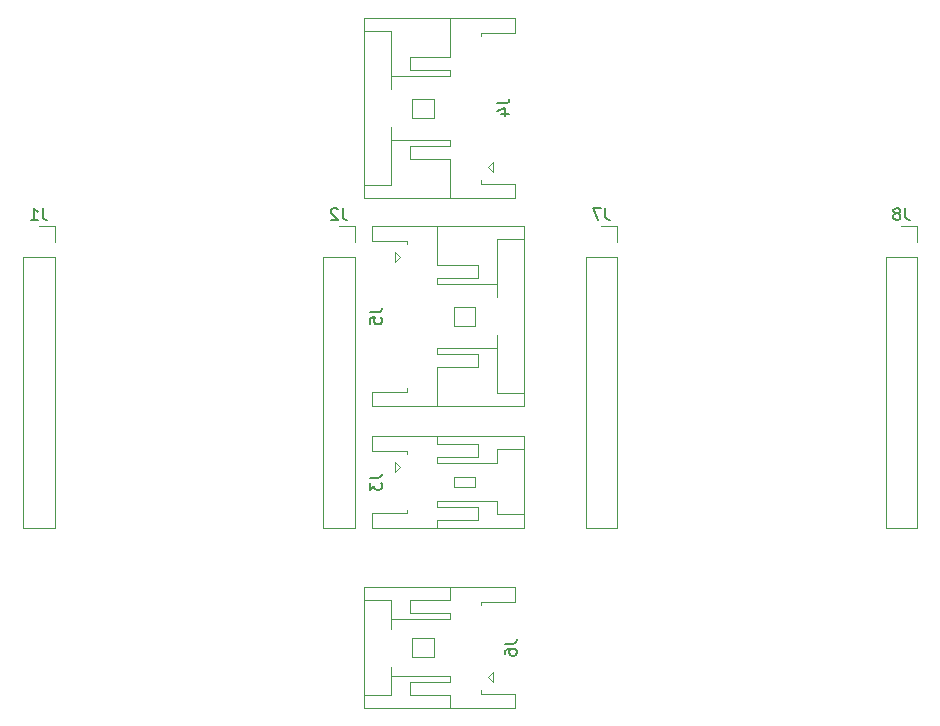
<source format=gbr>
G04 #@! TF.GenerationSoftware,KiCad,Pcbnew,7.0.7*
G04 #@! TF.CreationDate,2023-10-02T17:26:39+09:00*
G04 #@! TF.ProjectId,control_interface_boad_2021-2,636f6e74-726f-46c5-9f69-6e7465726661,rev?*
G04 #@! TF.SameCoordinates,Original*
G04 #@! TF.FileFunction,Legend,Bot*
G04 #@! TF.FilePolarity,Positive*
%FSLAX46Y46*%
G04 Gerber Fmt 4.6, Leading zero omitted, Abs format (unit mm)*
G04 Created by KiCad (PCBNEW 7.0.7) date 2023-10-02 17:26:39*
%MOMM*%
%LPD*%
G01*
G04 APERTURE LIST*
%ADD10C,0.150000*%
%ADD11C,0.120000*%
G04 APERTURE END LIST*
D10*
X63833333Y-60624819D02*
X63833333Y-61339104D01*
X63833333Y-61339104D02*
X63880952Y-61481961D01*
X63880952Y-61481961D02*
X63976190Y-61577200D01*
X63976190Y-61577200D02*
X64119047Y-61624819D01*
X64119047Y-61624819D02*
X64214285Y-61624819D01*
X62833333Y-61624819D02*
X63404761Y-61624819D01*
X63119047Y-61624819D02*
X63119047Y-60624819D01*
X63119047Y-60624819D02*
X63214285Y-60767676D01*
X63214285Y-60767676D02*
X63309523Y-60862914D01*
X63309523Y-60862914D02*
X63404761Y-60910533D01*
X89233333Y-60624819D02*
X89233333Y-61339104D01*
X89233333Y-61339104D02*
X89280952Y-61481961D01*
X89280952Y-61481961D02*
X89376190Y-61577200D01*
X89376190Y-61577200D02*
X89519047Y-61624819D01*
X89519047Y-61624819D02*
X89614285Y-61624819D01*
X88804761Y-60720057D02*
X88757142Y-60672438D01*
X88757142Y-60672438D02*
X88661904Y-60624819D01*
X88661904Y-60624819D02*
X88423809Y-60624819D01*
X88423809Y-60624819D02*
X88328571Y-60672438D01*
X88328571Y-60672438D02*
X88280952Y-60720057D01*
X88280952Y-60720057D02*
X88233333Y-60815295D01*
X88233333Y-60815295D02*
X88233333Y-60910533D01*
X88233333Y-60910533D02*
X88280952Y-61053390D01*
X88280952Y-61053390D02*
X88852380Y-61624819D01*
X88852380Y-61624819D02*
X88233333Y-61624819D01*
X91529819Y-83466666D02*
X92244104Y-83466666D01*
X92244104Y-83466666D02*
X92386961Y-83419047D01*
X92386961Y-83419047D02*
X92482200Y-83323809D01*
X92482200Y-83323809D02*
X92529819Y-83180952D01*
X92529819Y-83180952D02*
X92529819Y-83085714D01*
X91529819Y-83847619D02*
X91529819Y-84466666D01*
X91529819Y-84466666D02*
X91910771Y-84133333D01*
X91910771Y-84133333D02*
X91910771Y-84276190D01*
X91910771Y-84276190D02*
X91958390Y-84371428D01*
X91958390Y-84371428D02*
X92006009Y-84419047D01*
X92006009Y-84419047D02*
X92101247Y-84466666D01*
X92101247Y-84466666D02*
X92339342Y-84466666D01*
X92339342Y-84466666D02*
X92434580Y-84419047D01*
X92434580Y-84419047D02*
X92482200Y-84371428D01*
X92482200Y-84371428D02*
X92529819Y-84276190D01*
X92529819Y-84276190D02*
X92529819Y-83990476D01*
X92529819Y-83990476D02*
X92482200Y-83895238D01*
X92482200Y-83895238D02*
X92434580Y-83847619D01*
X102324819Y-51736666D02*
X103039104Y-51736666D01*
X103039104Y-51736666D02*
X103181961Y-51689047D01*
X103181961Y-51689047D02*
X103277200Y-51593809D01*
X103277200Y-51593809D02*
X103324819Y-51450952D01*
X103324819Y-51450952D02*
X103324819Y-51355714D01*
X102658152Y-52641428D02*
X103324819Y-52641428D01*
X102277200Y-52403333D02*
X102991485Y-52165238D01*
X102991485Y-52165238D02*
X102991485Y-52784285D01*
X91529819Y-69436666D02*
X92244104Y-69436666D01*
X92244104Y-69436666D02*
X92386961Y-69389047D01*
X92386961Y-69389047D02*
X92482200Y-69293809D01*
X92482200Y-69293809D02*
X92529819Y-69150952D01*
X92529819Y-69150952D02*
X92529819Y-69055714D01*
X91529819Y-70389047D02*
X91529819Y-69912857D01*
X91529819Y-69912857D02*
X92006009Y-69865238D01*
X92006009Y-69865238D02*
X91958390Y-69912857D01*
X91958390Y-69912857D02*
X91910771Y-70008095D01*
X91910771Y-70008095D02*
X91910771Y-70246190D01*
X91910771Y-70246190D02*
X91958390Y-70341428D01*
X91958390Y-70341428D02*
X92006009Y-70389047D01*
X92006009Y-70389047D02*
X92101247Y-70436666D01*
X92101247Y-70436666D02*
X92339342Y-70436666D01*
X92339342Y-70436666D02*
X92434580Y-70389047D01*
X92434580Y-70389047D02*
X92482200Y-70341428D01*
X92482200Y-70341428D02*
X92529819Y-70246190D01*
X92529819Y-70246190D02*
X92529819Y-70008095D01*
X92529819Y-70008095D02*
X92482200Y-69912857D01*
X92482200Y-69912857D02*
X92434580Y-69865238D01*
X102959819Y-97496666D02*
X103674104Y-97496666D01*
X103674104Y-97496666D02*
X103816961Y-97449047D01*
X103816961Y-97449047D02*
X103912200Y-97353809D01*
X103912200Y-97353809D02*
X103959819Y-97210952D01*
X103959819Y-97210952D02*
X103959819Y-97115714D01*
X102959819Y-98401428D02*
X102959819Y-98210952D01*
X102959819Y-98210952D02*
X103007438Y-98115714D01*
X103007438Y-98115714D02*
X103055057Y-98068095D01*
X103055057Y-98068095D02*
X103197914Y-97972857D01*
X103197914Y-97972857D02*
X103388390Y-97925238D01*
X103388390Y-97925238D02*
X103769342Y-97925238D01*
X103769342Y-97925238D02*
X103864580Y-97972857D01*
X103864580Y-97972857D02*
X103912200Y-98020476D01*
X103912200Y-98020476D02*
X103959819Y-98115714D01*
X103959819Y-98115714D02*
X103959819Y-98306190D01*
X103959819Y-98306190D02*
X103912200Y-98401428D01*
X103912200Y-98401428D02*
X103864580Y-98449047D01*
X103864580Y-98449047D02*
X103769342Y-98496666D01*
X103769342Y-98496666D02*
X103531247Y-98496666D01*
X103531247Y-98496666D02*
X103436009Y-98449047D01*
X103436009Y-98449047D02*
X103388390Y-98401428D01*
X103388390Y-98401428D02*
X103340771Y-98306190D01*
X103340771Y-98306190D02*
X103340771Y-98115714D01*
X103340771Y-98115714D02*
X103388390Y-98020476D01*
X103388390Y-98020476D02*
X103436009Y-97972857D01*
X103436009Y-97972857D02*
X103531247Y-97925238D01*
X111458333Y-60624819D02*
X111458333Y-61339104D01*
X111458333Y-61339104D02*
X111505952Y-61481961D01*
X111505952Y-61481961D02*
X111601190Y-61577200D01*
X111601190Y-61577200D02*
X111744047Y-61624819D01*
X111744047Y-61624819D02*
X111839285Y-61624819D01*
X111077380Y-60624819D02*
X110410714Y-60624819D01*
X110410714Y-60624819D02*
X110839285Y-61624819D01*
X136858333Y-60624819D02*
X136858333Y-61339104D01*
X136858333Y-61339104D02*
X136905952Y-61481961D01*
X136905952Y-61481961D02*
X137001190Y-61577200D01*
X137001190Y-61577200D02*
X137144047Y-61624819D01*
X137144047Y-61624819D02*
X137239285Y-61624819D01*
X136239285Y-61053390D02*
X136334523Y-61005771D01*
X136334523Y-61005771D02*
X136382142Y-60958152D01*
X136382142Y-60958152D02*
X136429761Y-60862914D01*
X136429761Y-60862914D02*
X136429761Y-60815295D01*
X136429761Y-60815295D02*
X136382142Y-60720057D01*
X136382142Y-60720057D02*
X136334523Y-60672438D01*
X136334523Y-60672438D02*
X136239285Y-60624819D01*
X136239285Y-60624819D02*
X136048809Y-60624819D01*
X136048809Y-60624819D02*
X135953571Y-60672438D01*
X135953571Y-60672438D02*
X135905952Y-60720057D01*
X135905952Y-60720057D02*
X135858333Y-60815295D01*
X135858333Y-60815295D02*
X135858333Y-60862914D01*
X135858333Y-60862914D02*
X135905952Y-60958152D01*
X135905952Y-60958152D02*
X135953571Y-61005771D01*
X135953571Y-61005771D02*
X136048809Y-61053390D01*
X136048809Y-61053390D02*
X136239285Y-61053390D01*
X136239285Y-61053390D02*
X136334523Y-61101009D01*
X136334523Y-61101009D02*
X136382142Y-61148628D01*
X136382142Y-61148628D02*
X136429761Y-61243866D01*
X136429761Y-61243866D02*
X136429761Y-61434342D01*
X136429761Y-61434342D02*
X136382142Y-61529580D01*
X136382142Y-61529580D02*
X136334523Y-61577200D01*
X136334523Y-61577200D02*
X136239285Y-61624819D01*
X136239285Y-61624819D02*
X136048809Y-61624819D01*
X136048809Y-61624819D02*
X135953571Y-61577200D01*
X135953571Y-61577200D02*
X135905952Y-61529580D01*
X135905952Y-61529580D02*
X135858333Y-61434342D01*
X135858333Y-61434342D02*
X135858333Y-61243866D01*
X135858333Y-61243866D02*
X135905952Y-61148628D01*
X135905952Y-61148628D02*
X135953571Y-61101009D01*
X135953571Y-61101009D02*
X136048809Y-61053390D01*
D11*
X64830000Y-87690000D02*
X62170000Y-87690000D01*
X64830000Y-64770000D02*
X64830000Y-87690000D01*
X64830000Y-64770000D02*
X62170000Y-64770000D01*
X64830000Y-63500000D02*
X64830000Y-62170000D01*
X64830000Y-62170000D02*
X63500000Y-62170000D01*
X62170000Y-64770000D02*
X62170000Y-87690000D01*
X90230000Y-87690000D02*
X87570000Y-87690000D01*
X90230000Y-64770000D02*
X90230000Y-87690000D01*
X90230000Y-64770000D02*
X87570000Y-64770000D01*
X90230000Y-63500000D02*
X90230000Y-62170000D01*
X90230000Y-62170000D02*
X88900000Y-62170000D01*
X87570000Y-64770000D02*
X87570000Y-87690000D01*
X104560000Y-79940000D02*
X104560000Y-87660000D01*
X91740000Y-79940000D02*
X104560000Y-79940000D01*
X100660000Y-80600000D02*
X97250000Y-80600000D01*
X97250000Y-80600000D02*
X97250000Y-79940000D01*
X104560000Y-81050000D02*
X102260000Y-81050000D01*
X102260000Y-81050000D02*
X102260000Y-82200000D01*
X94640000Y-81160000D02*
X91740000Y-81160000D01*
X91740000Y-81160000D02*
X91740000Y-79940000D01*
X94640000Y-81440000D02*
X94640000Y-81160000D01*
X100660000Y-81700000D02*
X100660000Y-80600000D01*
X97250000Y-81700000D02*
X100660000Y-81700000D01*
X93650000Y-82150000D02*
X93650000Y-82950000D01*
X102260000Y-82200000D02*
X97250000Y-82200000D01*
X97250000Y-82200000D02*
X97250000Y-81700000D01*
X94050000Y-82550000D02*
X93650000Y-82150000D01*
X93650000Y-82950000D02*
X94050000Y-82550000D01*
X100450000Y-83400000D02*
X98650000Y-83400000D01*
X98650000Y-83400000D02*
X98650000Y-84200000D01*
X100450000Y-84200000D02*
X100450000Y-83400000D01*
X98650000Y-84200000D02*
X100450000Y-84200000D01*
X102260000Y-85400000D02*
X97250000Y-85400000D01*
X102260000Y-85400000D02*
X102260000Y-86550000D01*
X97250000Y-85400000D02*
X97250000Y-85900000D01*
X100660000Y-85900000D02*
X100660000Y-87000000D01*
X97250000Y-85900000D02*
X100660000Y-85900000D01*
X94640000Y-86440000D02*
X94640000Y-86160000D01*
X91740000Y-86440000D02*
X94640000Y-86440000D01*
X102260000Y-86550000D02*
X104560000Y-86550000D01*
X100660000Y-87000000D02*
X97250000Y-87000000D01*
X97250000Y-87000000D02*
X97250000Y-87660000D01*
X104560000Y-87660000D02*
X91740000Y-87660000D01*
X91740000Y-87660000D02*
X91740000Y-86440000D01*
X91020000Y-59760000D02*
X91020000Y-44540000D01*
X103840000Y-59760000D02*
X91020000Y-59760000D01*
X91020000Y-58650000D02*
X93320000Y-58650000D01*
X93320000Y-58650000D02*
X93320000Y-53750000D01*
X100940000Y-58540000D02*
X103840000Y-58540000D01*
X103840000Y-58540000D02*
X103840000Y-59760000D01*
X100940000Y-58260000D02*
X100940000Y-58540000D01*
X101930000Y-57550000D02*
X101930000Y-56750000D01*
X101530000Y-57150000D02*
X101930000Y-57550000D01*
X101930000Y-56750000D02*
X101530000Y-57150000D01*
X94920000Y-56450000D02*
X98330000Y-56450000D01*
X98330000Y-56450000D02*
X98330000Y-59760000D01*
X94920000Y-55350000D02*
X94920000Y-56450000D01*
X98330000Y-55350000D02*
X94920000Y-55350000D01*
X93320000Y-54850000D02*
X98330000Y-54850000D01*
X98330000Y-54850000D02*
X98330000Y-55350000D01*
X95130000Y-52950000D02*
X96930000Y-52950000D01*
X96930000Y-52950000D02*
X96930000Y-51350000D01*
X95130000Y-51350000D02*
X95130000Y-52950000D01*
X96930000Y-51350000D02*
X95130000Y-51350000D01*
X93320000Y-50550000D02*
X93320000Y-45650000D01*
X93320000Y-49450000D02*
X98330000Y-49450000D01*
X98330000Y-49450000D02*
X98330000Y-48950000D01*
X94920000Y-48950000D02*
X94920000Y-47850000D01*
X98330000Y-48950000D02*
X94920000Y-48950000D01*
X94920000Y-47850000D02*
X98330000Y-47850000D01*
X98330000Y-47850000D02*
X98330000Y-44540000D01*
X100940000Y-45760000D02*
X100940000Y-46040000D01*
X103840000Y-45760000D02*
X100940000Y-45760000D01*
X93320000Y-45650000D02*
X91020000Y-45650000D01*
X91020000Y-44540000D02*
X103840000Y-44540000D01*
X103840000Y-44540000D02*
X103840000Y-45760000D01*
X104560000Y-62160000D02*
X104560000Y-77380000D01*
X91740000Y-62160000D02*
X104560000Y-62160000D01*
X104560000Y-63270000D02*
X102260000Y-63270000D01*
X102260000Y-63270000D02*
X102260000Y-68170000D01*
X94640000Y-63380000D02*
X91740000Y-63380000D01*
X91740000Y-63380000D02*
X91740000Y-62160000D01*
X94640000Y-63660000D02*
X94640000Y-63380000D01*
X93650000Y-64370000D02*
X93650000Y-65170000D01*
X94050000Y-64770000D02*
X93650000Y-64370000D01*
X93650000Y-65170000D02*
X94050000Y-64770000D01*
X100660000Y-65470000D02*
X97250000Y-65470000D01*
X97250000Y-65470000D02*
X97250000Y-62160000D01*
X100660000Y-66570000D02*
X100660000Y-65470000D01*
X97250000Y-66570000D02*
X100660000Y-66570000D01*
X102260000Y-67070000D02*
X97250000Y-67070000D01*
X97250000Y-67070000D02*
X97250000Y-66570000D01*
X100450000Y-68970000D02*
X98650000Y-68970000D01*
X98650000Y-68970000D02*
X98650000Y-70570000D01*
X100450000Y-70570000D02*
X100450000Y-68970000D01*
X98650000Y-70570000D02*
X100450000Y-70570000D01*
X102260000Y-71370000D02*
X102260000Y-76270000D01*
X102260000Y-72470000D02*
X97250000Y-72470000D01*
X97250000Y-72470000D02*
X97250000Y-72970000D01*
X100660000Y-72970000D02*
X100660000Y-74070000D01*
X97250000Y-72970000D02*
X100660000Y-72970000D01*
X100660000Y-74070000D02*
X97250000Y-74070000D01*
X97250000Y-74070000D02*
X97250000Y-77380000D01*
X94640000Y-76160000D02*
X94640000Y-75880000D01*
X91740000Y-76160000D02*
X94640000Y-76160000D01*
X102260000Y-76270000D02*
X104560000Y-76270000D01*
X104560000Y-77380000D02*
X91740000Y-77380000D01*
X91740000Y-77380000D02*
X91740000Y-76160000D01*
X91020000Y-102940000D02*
X91020000Y-92720000D01*
X103840000Y-102940000D02*
X91020000Y-102940000D01*
X91020000Y-101830000D02*
X93320000Y-101830000D01*
X93320000Y-101830000D02*
X93320000Y-99430000D01*
X94920000Y-101830000D02*
X98330000Y-101830000D01*
X98330000Y-101830000D02*
X98330000Y-102940000D01*
X100940000Y-101720000D02*
X103840000Y-101720000D01*
X103840000Y-101720000D02*
X103840000Y-102940000D01*
X100940000Y-101440000D02*
X100940000Y-101720000D01*
X94920000Y-100730000D02*
X94920000Y-101830000D01*
X98330000Y-100730000D02*
X94920000Y-100730000D01*
X101930000Y-100730000D02*
X101930000Y-99930000D01*
X101530000Y-100330000D02*
X101930000Y-100730000D01*
X93320000Y-100230000D02*
X98330000Y-100230000D01*
X98330000Y-100230000D02*
X98330000Y-100730000D01*
X101930000Y-99930000D02*
X101530000Y-100330000D01*
X95130000Y-98630000D02*
X96930000Y-98630000D01*
X96930000Y-98630000D02*
X96930000Y-97030000D01*
X95130000Y-97030000D02*
X95130000Y-98630000D01*
X96930000Y-97030000D02*
X95130000Y-97030000D01*
X93320000Y-96230000D02*
X93320000Y-93830000D01*
X93320000Y-95430000D02*
X98330000Y-95430000D01*
X98330000Y-95430000D02*
X98330000Y-94930000D01*
X94920000Y-94930000D02*
X94920000Y-93830000D01*
X98330000Y-94930000D02*
X94920000Y-94930000D01*
X100940000Y-93940000D02*
X100940000Y-94220000D01*
X103840000Y-93940000D02*
X100940000Y-93940000D01*
X93320000Y-93830000D02*
X91020000Y-93830000D01*
X94920000Y-93830000D02*
X98330000Y-93830000D01*
X98330000Y-93830000D02*
X98330000Y-92720000D01*
X91020000Y-92720000D02*
X103840000Y-92720000D01*
X103840000Y-92720000D02*
X103840000Y-93940000D01*
X112455000Y-87690000D02*
X109795000Y-87690000D01*
X112455000Y-64770000D02*
X112455000Y-87690000D01*
X112455000Y-64770000D02*
X109795000Y-64770000D01*
X112455000Y-63500000D02*
X112455000Y-62170000D01*
X112455000Y-62170000D02*
X111125000Y-62170000D01*
X109795000Y-64770000D02*
X109795000Y-87690000D01*
X137855000Y-87690000D02*
X135195000Y-87690000D01*
X137855000Y-64770000D02*
X137855000Y-87690000D01*
X137855000Y-64770000D02*
X135195000Y-64770000D01*
X137855000Y-63500000D02*
X137855000Y-62170000D01*
X137855000Y-62170000D02*
X136525000Y-62170000D01*
X135195000Y-64770000D02*
X135195000Y-87690000D01*
M02*

</source>
